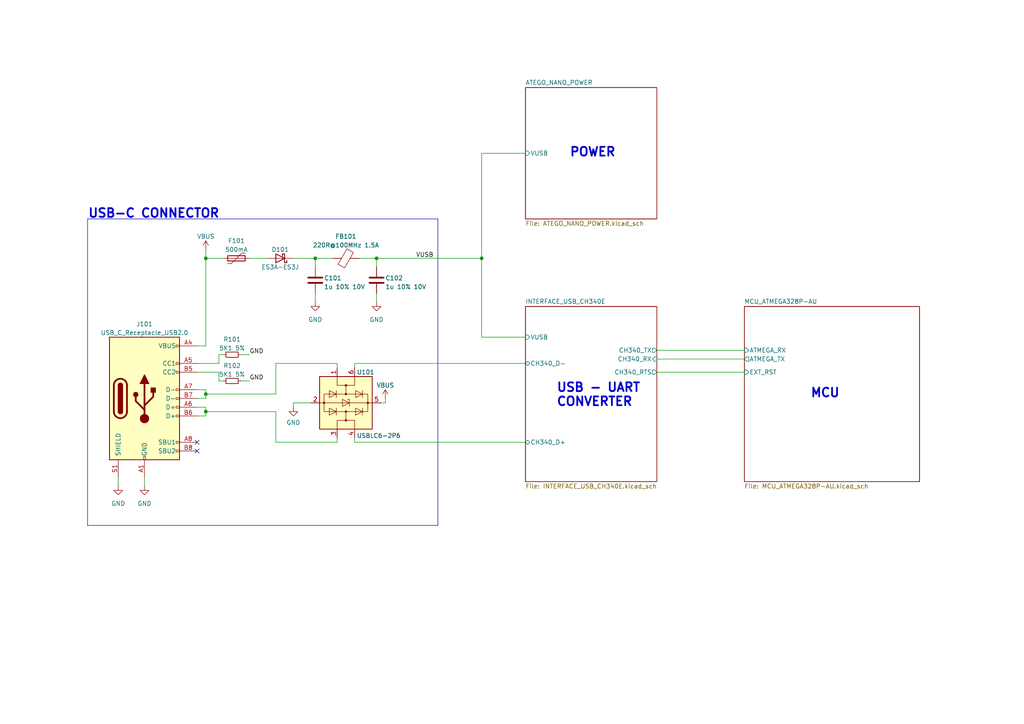
<source format=kicad_sch>
(kicad_sch (version 20230121) (generator eeschema)

  (uuid f0d70477-67e1-4b14-aebd-2138d55a5d0c)

  (paper "A4")

  (title_block
    (title "Atego Nano")
    (date "2023-06-28")
    (rev "1.1")
    (company "sudo-junkie")
  )

  (lib_symbols
    (symbol "Connector:USB_C_Receptacle_USB2.0" (pin_names (offset 1.016)) (in_bom yes) (on_board yes)
      (property "Reference" "J" (at -10.16 19.05 0)
        (effects (font (size 1.27 1.27)) (justify left))
      )
      (property "Value" "USB_C_Receptacle_USB2.0" (at 19.05 19.05 0)
        (effects (font (size 1.27 1.27)) (justify right))
      )
      (property "Footprint" "" (at 3.81 0 0)
        (effects (font (size 1.27 1.27)) hide)
      )
      (property "Datasheet" "https://www.usb.org/sites/default/files/documents/usb_type-c.zip" (at 3.81 0 0)
        (effects (font (size 1.27 1.27)) hide)
      )
      (property "ki_keywords" "usb universal serial bus type-C USB2.0" (at 0 0 0)
        (effects (font (size 1.27 1.27)) hide)
      )
      (property "ki_description" "USB 2.0-only Type-C Receptacle connector" (at 0 0 0)
        (effects (font (size 1.27 1.27)) hide)
      )
      (property "ki_fp_filters" "USB*C*Receptacle*" (at 0 0 0)
        (effects (font (size 1.27 1.27)) hide)
      )
      (symbol "USB_C_Receptacle_USB2.0_0_0"
        (rectangle (start -0.254 -17.78) (end 0.254 -16.764)
          (stroke (width 0) (type default))
          (fill (type none))
        )
        (rectangle (start 10.16 -14.986) (end 9.144 -15.494)
          (stroke (width 0) (type default))
          (fill (type none))
        )
        (rectangle (start 10.16 -12.446) (end 9.144 -12.954)
          (stroke (width 0) (type default))
          (fill (type none))
        )
        (rectangle (start 10.16 -4.826) (end 9.144 -5.334)
          (stroke (width 0) (type default))
          (fill (type none))
        )
        (rectangle (start 10.16 -2.286) (end 9.144 -2.794)
          (stroke (width 0) (type default))
          (fill (type none))
        )
        (rectangle (start 10.16 0.254) (end 9.144 -0.254)
          (stroke (width 0) (type default))
          (fill (type none))
        )
        (rectangle (start 10.16 2.794) (end 9.144 2.286)
          (stroke (width 0) (type default))
          (fill (type none))
        )
        (rectangle (start 10.16 7.874) (end 9.144 7.366)
          (stroke (width 0) (type default))
          (fill (type none))
        )
        (rectangle (start 10.16 10.414) (end 9.144 9.906)
          (stroke (width 0) (type default))
          (fill (type none))
        )
        (rectangle (start 10.16 15.494) (end 9.144 14.986)
          (stroke (width 0) (type default))
          (fill (type none))
        )
      )
      (symbol "USB_C_Receptacle_USB2.0_0_1"
        (rectangle (start -10.16 17.78) (end 10.16 -17.78)
          (stroke (width 0.254) (type default))
          (fill (type background))
        )
        (arc (start -8.89 -3.81) (mid -6.985 -5.7067) (end -5.08 -3.81)
          (stroke (width 0.508) (type default))
          (fill (type none))
        )
        (arc (start -7.62 -3.81) (mid -6.985 -4.4423) (end -6.35 -3.81)
          (stroke (width 0.254) (type default))
          (fill (type none))
        )
        (arc (start -7.62 -3.81) (mid -6.985 -4.4423) (end -6.35 -3.81)
          (stroke (width 0.254) (type default))
          (fill (type outline))
        )
        (rectangle (start -7.62 -3.81) (end -6.35 3.81)
          (stroke (width 0.254) (type default))
          (fill (type outline))
        )
        (arc (start -6.35 3.81) (mid -6.985 4.4423) (end -7.62 3.81)
          (stroke (width 0.254) (type default))
          (fill (type none))
        )
        (arc (start -6.35 3.81) (mid -6.985 4.4423) (end -7.62 3.81)
          (stroke (width 0.254) (type default))
          (fill (type outline))
        )
        (arc (start -5.08 3.81) (mid -6.985 5.7067) (end -8.89 3.81)
          (stroke (width 0.508) (type default))
          (fill (type none))
        )
        (circle (center -2.54 1.143) (radius 0.635)
          (stroke (width 0.254) (type default))
          (fill (type outline))
        )
        (circle (center 0 -5.842) (radius 1.27)
          (stroke (width 0) (type default))
          (fill (type outline))
        )
        (polyline
          (pts
            (xy -8.89 -3.81)
            (xy -8.89 3.81)
          )
          (stroke (width 0.508) (type default))
          (fill (type none))
        )
        (polyline
          (pts
            (xy -5.08 3.81)
            (xy -5.08 -3.81)
          )
          (stroke (width 0.508) (type default))
          (fill (type none))
        )
        (polyline
          (pts
            (xy 0 -5.842)
            (xy 0 4.318)
          )
          (stroke (width 0.508) (type default))
          (fill (type none))
        )
        (polyline
          (pts
            (xy 0 -3.302)
            (xy -2.54 -0.762)
            (xy -2.54 0.508)
          )
          (stroke (width 0.508) (type default))
          (fill (type none))
        )
        (polyline
          (pts
            (xy 0 -2.032)
            (xy 2.54 0.508)
            (xy 2.54 1.778)
          )
          (stroke (width 0.508) (type default))
          (fill (type none))
        )
        (polyline
          (pts
            (xy -1.27 4.318)
            (xy 0 6.858)
            (xy 1.27 4.318)
            (xy -1.27 4.318)
          )
          (stroke (width 0.254) (type default))
          (fill (type outline))
        )
        (rectangle (start 1.905 1.778) (end 3.175 3.048)
          (stroke (width 0.254) (type default))
          (fill (type outline))
        )
      )
      (symbol "USB_C_Receptacle_USB2.0_1_1"
        (pin passive line (at 0 -22.86 90) (length 5.08)
          (name "GND" (effects (font (size 1.27 1.27))))
          (number "A1" (effects (font (size 1.27 1.27))))
        )
        (pin passive line (at 0 -22.86 90) (length 5.08) hide
          (name "GND" (effects (font (size 1.27 1.27))))
          (number "A12" (effects (font (size 1.27 1.27))))
        )
        (pin passive line (at 15.24 15.24 180) (length 5.08)
          (name "VBUS" (effects (font (size 1.27 1.27))))
          (number "A4" (effects (font (size 1.27 1.27))))
        )
        (pin bidirectional line (at 15.24 10.16 180) (length 5.08)
          (name "CC1" (effects (font (size 1.27 1.27))))
          (number "A5" (effects (font (size 1.27 1.27))))
        )
        (pin bidirectional line (at 15.24 -2.54 180) (length 5.08)
          (name "D+" (effects (font (size 1.27 1.27))))
          (number "A6" (effects (font (size 1.27 1.27))))
        )
        (pin bidirectional line (at 15.24 2.54 180) (length 5.08)
          (name "D-" (effects (font (size 1.27 1.27))))
          (number "A7" (effects (font (size 1.27 1.27))))
        )
        (pin bidirectional line (at 15.24 -12.7 180) (length 5.08)
          (name "SBU1" (effects (font (size 1.27 1.27))))
          (number "A8" (effects (font (size 1.27 1.27))))
        )
        (pin passive line (at 15.24 15.24 180) (length 5.08) hide
          (name "VBUS" (effects (font (size 1.27 1.27))))
          (number "A9" (effects (font (size 1.27 1.27))))
        )
        (pin passive line (at 0 -22.86 90) (length 5.08) hide
          (name "GND" (effects (font (size 1.27 1.27))))
          (number "B1" (effects (font (size 1.27 1.27))))
        )
        (pin passive line (at 0 -22.86 90) (length 5.08) hide
          (name "GND" (effects (font (size 1.27 1.27))))
          (number "B12" (effects (font (size 1.27 1.27))))
        )
        (pin passive line (at 15.24 15.24 180) (length 5.08) hide
          (name "VBUS" (effects (font (size 1.27 1.27))))
          (number "B4" (effects (font (size 1.27 1.27))))
        )
        (pin bidirectional line (at 15.24 7.62 180) (length 5.08)
          (name "CC2" (effects (font (size 1.27 1.27))))
          (number "B5" (effects (font (size 1.27 1.27))))
        )
        (pin bidirectional line (at 15.24 -5.08 180) (length 5.08)
          (name "D+" (effects (font (size 1.27 1.27))))
          (number "B6" (effects (font (size 1.27 1.27))))
        )
        (pin bidirectional line (at 15.24 0 180) (length 5.08)
          (name "D-" (effects (font (size 1.27 1.27))))
          (number "B7" (effects (font (size 1.27 1.27))))
        )
        (pin bidirectional line (at 15.24 -15.24 180) (length 5.08)
          (name "SBU2" (effects (font (size 1.27 1.27))))
          (number "B8" (effects (font (size 1.27 1.27))))
        )
        (pin passive line (at 15.24 15.24 180) (length 5.08) hide
          (name "VBUS" (effects (font (size 1.27 1.27))))
          (number "B9" (effects (font (size 1.27 1.27))))
        )
        (pin passive line (at -7.62 -22.86 90) (length 5.08)
          (name "SHIELD" (effects (font (size 1.27 1.27))))
          (number "S1" (effects (font (size 1.27 1.27))))
        )
      )
    )
    (symbol "Device:C" (pin_numbers hide) (pin_names (offset 0.254)) (in_bom yes) (on_board yes)
      (property "Reference" "C" (at 0.635 2.54 0)
        (effects (font (size 1.27 1.27)) (justify left))
      )
      (property "Value" "C" (at 0.635 -2.54 0)
        (effects (font (size 1.27 1.27)) (justify left))
      )
      (property "Footprint" "" (at 0.9652 -3.81 0)
        (effects (font (size 1.27 1.27)) hide)
      )
      (property "Datasheet" "~" (at 0 0 0)
        (effects (font (size 1.27 1.27)) hide)
      )
      (property "ki_keywords" "cap capacitor" (at 0 0 0)
        (effects (font (size 1.27 1.27)) hide)
      )
      (property "ki_description" "Unpolarized capacitor" (at 0 0 0)
        (effects (font (size 1.27 1.27)) hide)
      )
      (property "ki_fp_filters" "C_*" (at 0 0 0)
        (effects (font (size 1.27 1.27)) hide)
      )
      (symbol "C_0_1"
        (polyline
          (pts
            (xy -2.032 -0.762)
            (xy 2.032 -0.762)
          )
          (stroke (width 0.508) (type default))
          (fill (type none))
        )
        (polyline
          (pts
            (xy -2.032 0.762)
            (xy 2.032 0.762)
          )
          (stroke (width 0.508) (type default))
          (fill (type none))
        )
      )
      (symbol "C_1_1"
        (pin passive line (at 0 3.81 270) (length 2.794)
          (name "~" (effects (font (size 1.27 1.27))))
          (number "1" (effects (font (size 1.27 1.27))))
        )
        (pin passive line (at 0 -3.81 90) (length 2.794)
          (name "~" (effects (font (size 1.27 1.27))))
          (number "2" (effects (font (size 1.27 1.27))))
        )
      )
    )
    (symbol "Device:D_Schottky" (pin_numbers hide) (pin_names (offset 1.016) hide) (in_bom yes) (on_board yes)
      (property "Reference" "D" (at 0 2.54 0)
        (effects (font (size 1.27 1.27)))
      )
      (property "Value" "D_Schottky" (at 0 -2.54 0)
        (effects (font (size 1.27 1.27)))
      )
      (property "Footprint" "" (at 0 0 0)
        (effects (font (size 1.27 1.27)) hide)
      )
      (property "Datasheet" "~" (at 0 0 0)
        (effects (font (size 1.27 1.27)) hide)
      )
      (property "ki_keywords" "diode Schottky" (at 0 0 0)
        (effects (font (size 1.27 1.27)) hide)
      )
      (property "ki_description" "Schottky diode" (at 0 0 0)
        (effects (font (size 1.27 1.27)) hide)
      )
      (property "ki_fp_filters" "TO-???* *_Diode_* *SingleDiode* D_*" (at 0 0 0)
        (effects (font (size 1.27 1.27)) hide)
      )
      (symbol "D_Schottky_0_1"
        (polyline
          (pts
            (xy 1.27 0)
            (xy -1.27 0)
          )
          (stroke (width 0) (type default))
          (fill (type none))
        )
        (polyline
          (pts
            (xy 1.27 1.27)
            (xy 1.27 -1.27)
            (xy -1.27 0)
            (xy 1.27 1.27)
          )
          (stroke (width 0.254) (type default))
          (fill (type none))
        )
        (polyline
          (pts
            (xy -1.905 0.635)
            (xy -1.905 1.27)
            (xy -1.27 1.27)
            (xy -1.27 -1.27)
            (xy -0.635 -1.27)
            (xy -0.635 -0.635)
          )
          (stroke (width 0.254) (type default))
          (fill (type none))
        )
      )
      (symbol "D_Schottky_1_1"
        (pin passive line (at -3.81 0 0) (length 2.54)
          (name "K" (effects (font (size 1.27 1.27))))
          (number "1" (effects (font (size 1.27 1.27))))
        )
        (pin passive line (at 3.81 0 180) (length 2.54)
          (name "A" (effects (font (size 1.27 1.27))))
          (number "2" (effects (font (size 1.27 1.27))))
        )
      )
    )
    (symbol "Device:FerriteBead" (pin_numbers hide) (pin_names (offset 0)) (in_bom yes) (on_board yes)
      (property "Reference" "FB" (at -3.81 0.635 90)
        (effects (font (size 1.27 1.27)))
      )
      (property "Value" "FerriteBead" (at 3.81 0 90)
        (effects (font (size 1.27 1.27)))
      )
      (property "Footprint" "" (at -1.778 0 90)
        (effects (font (size 1.27 1.27)) hide)
      )
      (property "Datasheet" "~" (at 0 0 0)
        (effects (font (size 1.27 1.27)) hide)
      )
      (property "ki_keywords" "L ferrite bead inductor filter" (at 0 0 0)
        (effects (font (size 1.27 1.27)) hide)
      )
      (property "ki_description" "Ferrite bead" (at 0 0 0)
        (effects (font (size 1.27 1.27)) hide)
      )
      (property "ki_fp_filters" "Inductor_* L_* *Ferrite*" (at 0 0 0)
        (effects (font (size 1.27 1.27)) hide)
      )
      (symbol "FerriteBead_0_1"
        (polyline
          (pts
            (xy 0 -1.27)
            (xy 0 -1.2192)
          )
          (stroke (width 0) (type default))
          (fill (type none))
        )
        (polyline
          (pts
            (xy 0 1.27)
            (xy 0 1.2954)
          )
          (stroke (width 0) (type default))
          (fill (type none))
        )
        (polyline
          (pts
            (xy -2.7686 0.4064)
            (xy -1.7018 2.2606)
            (xy 2.7686 -0.3048)
            (xy 1.6764 -2.159)
            (xy -2.7686 0.4064)
          )
          (stroke (width 0) (type default))
          (fill (type none))
        )
      )
      (symbol "FerriteBead_1_1"
        (pin passive line (at 0 3.81 270) (length 2.54)
          (name "~" (effects (font (size 1.27 1.27))))
          (number "1" (effects (font (size 1.27 1.27))))
        )
        (pin passive line (at 0 -3.81 90) (length 2.54)
          (name "~" (effects (font (size 1.27 1.27))))
          (number "2" (effects (font (size 1.27 1.27))))
        )
      )
    )
    (symbol "Device:Polyfuse" (pin_numbers hide) (pin_names (offset 0)) (in_bom yes) (on_board yes)
      (property "Reference" "F" (at -2.54 0 90)
        (effects (font (size 1.27 1.27)))
      )
      (property "Value" "Polyfuse" (at 2.54 0 90)
        (effects (font (size 1.27 1.27)))
      )
      (property "Footprint" "" (at 1.27 -5.08 0)
        (effects (font (size 1.27 1.27)) (justify left) hide)
      )
      (property "Datasheet" "~" (at 0 0 0)
        (effects (font (size 1.27 1.27)) hide)
      )
      (property "ki_keywords" "resettable fuse PTC PPTC polyfuse polyswitch" (at 0 0 0)
        (effects (font (size 1.27 1.27)) hide)
      )
      (property "ki_description" "Resettable fuse, polymeric positive temperature coefficient" (at 0 0 0)
        (effects (font (size 1.27 1.27)) hide)
      )
      (property "ki_fp_filters" "*polyfuse* *PTC*" (at 0 0 0)
        (effects (font (size 1.27 1.27)) hide)
      )
      (symbol "Polyfuse_0_1"
        (rectangle (start -0.762 2.54) (end 0.762 -2.54)
          (stroke (width 0.254) (type default))
          (fill (type none))
        )
        (polyline
          (pts
            (xy 0 2.54)
            (xy 0 -2.54)
          )
          (stroke (width 0) (type default))
          (fill (type none))
        )
        (polyline
          (pts
            (xy -1.524 2.54)
            (xy -1.524 1.524)
            (xy 1.524 -1.524)
            (xy 1.524 -2.54)
          )
          (stroke (width 0) (type default))
          (fill (type none))
        )
      )
      (symbol "Polyfuse_1_1"
        (pin passive line (at 0 3.81 270) (length 1.27)
          (name "~" (effects (font (size 1.27 1.27))))
          (number "1" (effects (font (size 1.27 1.27))))
        )
        (pin passive line (at 0 -3.81 90) (length 1.27)
          (name "~" (effects (font (size 1.27 1.27))))
          (number "2" (effects (font (size 1.27 1.27))))
        )
      )
    )
    (symbol "Device:R_Small" (pin_numbers hide) (pin_names (offset 0.254) hide) (in_bom yes) (on_board yes)
      (property "Reference" "R" (at 0.762 0.508 0)
        (effects (font (size 1.27 1.27)) (justify left))
      )
      (property "Value" "R_Small" (at 0.762 -1.016 0)
        (effects (font (size 1.27 1.27)) (justify left))
      )
      (property "Footprint" "" (at 0 0 0)
        (effects (font (size 1.27 1.27)) hide)
      )
      (property "Datasheet" "~" (at 0 0 0)
        (effects (font (size 1.27 1.27)) hide)
      )
      (property "ki_keywords" "R resistor" (at 0 0 0)
        (effects (font (size 1.27 1.27)) hide)
      )
      (property "ki_description" "Resistor, small symbol" (at 0 0 0)
        (effects (font (size 1.27 1.27)) hide)
      )
      (property "ki_fp_filters" "R_*" (at 0 0 0)
        (effects (font (size 1.27 1.27)) hide)
      )
      (symbol "R_Small_0_1"
        (rectangle (start -0.762 1.778) (end 0.762 -1.778)
          (stroke (width 0.2032) (type default))
          (fill (type none))
        )
      )
      (symbol "R_Small_1_1"
        (pin passive line (at 0 2.54 270) (length 0.762)
          (name "~" (effects (font (size 1.27 1.27))))
          (number "1" (effects (font (size 1.27 1.27))))
        )
        (pin passive line (at 0 -2.54 90) (length 0.762)
          (name "~" (effects (font (size 1.27 1.27))))
          (number "2" (effects (font (size 1.27 1.27))))
        )
      )
    )
    (symbol "Power_Protection:USBLC6-2P6" (pin_names hide) (in_bom yes) (on_board yes)
      (property "Reference" "U" (at 2.54 8.89 0)
        (effects (font (size 1.27 1.27)) (justify left))
      )
      (property "Value" "USBLC6-2P6" (at 2.54 -8.89 0)
        (effects (font (size 1.27 1.27)) (justify left))
      )
      (property "Footprint" "Package_TO_SOT_SMD:SOT-666" (at 0 -12.7 0)
        (effects (font (size 1.27 1.27)) hide)
      )
      (property "Datasheet" "https://www.st.com/resource/en/datasheet/usblc6-2.pdf" (at 5.08 8.89 0)
        (effects (font (size 1.27 1.27)) hide)
      )
      (property "ki_keywords" "usb ethernet video" (at 0 0 0)
        (effects (font (size 1.27 1.27)) hide)
      )
      (property "ki_description" "Very low capacitance ESD protection diode, 2 data-line, SOT-666" (at 0 0 0)
        (effects (font (size 1.27 1.27)) hide)
      )
      (property "ki_fp_filters" "SOT?666*" (at 0 0 0)
        (effects (font (size 1.27 1.27)) hide)
      )
      (symbol "USBLC6-2P6_0_1"
        (rectangle (start -7.62 -7.62) (end 7.62 7.62)
          (stroke (width 0.254) (type default))
          (fill (type background))
        )
        (circle (center -5.08 0) (radius 0.254)
          (stroke (width 0) (type default))
          (fill (type outline))
        )
        (circle (center -2.54 0) (radius 0.254)
          (stroke (width 0) (type default))
          (fill (type outline))
        )
        (rectangle (start -2.54 6.35) (end 2.54 -6.35)
          (stroke (width 0) (type default))
          (fill (type none))
        )
        (circle (center 0 -6.35) (radius 0.254)
          (stroke (width 0) (type default))
          (fill (type outline))
        )
        (polyline
          (pts
            (xy -5.08 -2.54)
            (xy -7.62 -2.54)
          )
          (stroke (width 0) (type default))
          (fill (type none))
        )
        (polyline
          (pts
            (xy -5.08 0)
            (xy -5.08 -2.54)
          )
          (stroke (width 0) (type default))
          (fill (type none))
        )
        (polyline
          (pts
            (xy -5.08 2.54)
            (xy -7.62 2.54)
          )
          (stroke (width 0) (type default))
          (fill (type none))
        )
        (polyline
          (pts
            (xy -1.524 -2.794)
            (xy -3.556 -2.794)
          )
          (stroke (width 0) (type default))
          (fill (type none))
        )
        (polyline
          (pts
            (xy -1.524 4.826)
            (xy -3.556 4.826)
          )
          (stroke (width 0) (type default))
          (fill (type none))
        )
        (polyline
          (pts
            (xy 0 -7.62)
            (xy 0 -6.35)
          )
          (stroke (width 0) (type default))
          (fill (type none))
        )
        (polyline
          (pts
            (xy 0 -6.35)
            (xy 0 1.27)
          )
          (stroke (width 0) (type default))
          (fill (type none))
        )
        (polyline
          (pts
            (xy 0 1.27)
            (xy 0 6.35)
          )
          (stroke (width 0) (type default))
          (fill (type none))
        )
        (polyline
          (pts
            (xy 0 6.35)
            (xy 0 7.62)
          )
          (stroke (width 0) (type default))
          (fill (type none))
        )
        (polyline
          (pts
            (xy 1.524 -2.794)
            (xy 3.556 -2.794)
          )
          (stroke (width 0) (type default))
          (fill (type none))
        )
        (polyline
          (pts
            (xy 1.524 4.826)
            (xy 3.556 4.826)
          )
          (stroke (width 0) (type default))
          (fill (type none))
        )
        (polyline
          (pts
            (xy 5.08 -2.54)
            (xy 7.62 -2.54)
          )
          (stroke (width 0) (type default))
          (fill (type none))
        )
        (polyline
          (pts
            (xy 5.08 0)
            (xy 5.08 -2.54)
          )
          (stroke (width 0) (type default))
          (fill (type none))
        )
        (polyline
          (pts
            (xy 5.08 2.54)
            (xy 7.62 2.54)
          )
          (stroke (width 0) (type default))
          (fill (type none))
        )
        (polyline
          (pts
            (xy -2.54 0)
            (xy -5.08 0)
            (xy -5.08 2.54)
          )
          (stroke (width 0) (type default))
          (fill (type none))
        )
        (polyline
          (pts
            (xy 2.54 0)
            (xy 5.08 0)
            (xy 5.08 2.54)
          )
          (stroke (width 0) (type default))
          (fill (type none))
        )
        (polyline
          (pts
            (xy -3.556 -4.826)
            (xy -1.524 -4.826)
            (xy -2.54 -2.794)
            (xy -3.556 -4.826)
          )
          (stroke (width 0) (type default))
          (fill (type none))
        )
        (polyline
          (pts
            (xy -3.556 2.794)
            (xy -1.524 2.794)
            (xy -2.54 4.826)
            (xy -3.556 2.794)
          )
          (stroke (width 0) (type default))
          (fill (type none))
        )
        (polyline
          (pts
            (xy -1.016 -1.016)
            (xy 1.016 -1.016)
            (xy 0 1.016)
            (xy -1.016 -1.016)
          )
          (stroke (width 0) (type default))
          (fill (type none))
        )
        (polyline
          (pts
            (xy 1.016 1.016)
            (xy 0.762 1.016)
            (xy -1.016 1.016)
            (xy -1.016 0.508)
          )
          (stroke (width 0) (type default))
          (fill (type none))
        )
        (polyline
          (pts
            (xy 3.556 -4.826)
            (xy 1.524 -4.826)
            (xy 2.54 -2.794)
            (xy 3.556 -4.826)
          )
          (stroke (width 0) (type default))
          (fill (type none))
        )
        (polyline
          (pts
            (xy 3.556 2.794)
            (xy 1.524 2.794)
            (xy 2.54 4.826)
            (xy 3.556 2.794)
          )
          (stroke (width 0) (type default))
          (fill (type none))
        )
        (circle (center 0 6.35) (radius 0.254)
          (stroke (width 0) (type default))
          (fill (type outline))
        )
        (circle (center 2.54 0) (radius 0.254)
          (stroke (width 0) (type default))
          (fill (type outline))
        )
        (circle (center 5.08 0) (radius 0.254)
          (stroke (width 0) (type default))
          (fill (type outline))
        )
      )
      (symbol "USBLC6-2P6_1_1"
        (pin passive line (at -10.16 -2.54 0) (length 2.54)
          (name "I/O1" (effects (font (size 1.27 1.27))))
          (number "1" (effects (font (size 1.27 1.27))))
        )
        (pin passive line (at 0 -10.16 90) (length 2.54)
          (name "GND" (effects (font (size 1.27 1.27))))
          (number "2" (effects (font (size 1.27 1.27))))
        )
        (pin passive line (at 10.16 -2.54 180) (length 2.54)
          (name "I/O2" (effects (font (size 1.27 1.27))))
          (number "3" (effects (font (size 1.27 1.27))))
        )
        (pin passive line (at 10.16 2.54 180) (length 2.54)
          (name "I/O2" (effects (font (size 1.27 1.27))))
          (number "4" (effects (font (size 1.27 1.27))))
        )
        (pin passive line (at 0 10.16 270) (length 2.54)
          (name "VBUS" (effects (font (size 1.27 1.27))))
          (number "5" (effects (font (size 1.27 1.27))))
        )
        (pin passive line (at -10.16 2.54 0) (length 2.54)
          (name "I/O1" (effects (font (size 1.27 1.27))))
          (number "6" (effects (font (size 1.27 1.27))))
        )
      )
    )
    (symbol "power:GND" (power) (pin_names (offset 0)) (in_bom yes) (on_board yes)
      (property "Reference" "#PWR" (at 0 -6.35 0)
        (effects (font (size 1.27 1.27)) hide)
      )
      (property "Value" "GND" (at 0 -3.81 0)
        (effects (font (size 1.27 1.27)))
      )
      (property "Footprint" "" (at 0 0 0)
        (effects (font (size 1.27 1.27)) hide)
      )
      (property "Datasheet" "" (at 0 0 0)
        (effects (font (size 1.27 1.27)) hide)
      )
      (property "ki_keywords" "global power" (at 0 0 0)
        (effects (font (size 1.27 1.27)) hide)
      )
      (property "ki_description" "Power symbol creates a global label with name \"GND\" , ground" (at 0 0 0)
        (effects (font (size 1.27 1.27)) hide)
      )
      (symbol "GND_0_1"
        (polyline
          (pts
            (xy 0 0)
            (xy 0 -1.27)
            (xy 1.27 -1.27)
            (xy 0 -2.54)
            (xy -1.27 -1.27)
            (xy 0 -1.27)
          )
          (stroke (width 0) (type default))
          (fill (type none))
        )
      )
      (symbol "GND_1_1"
        (pin power_in line (at 0 0 270) (length 0) hide
          (name "GND" (effects (font (size 1.27 1.27))))
          (number "1" (effects (font (size 1.27 1.27))))
        )
      )
    )
    (symbol "power:VBUS" (power) (pin_names (offset 0)) (in_bom yes) (on_board yes)
      (property "Reference" "#PWR" (at 0 -3.81 0)
        (effects (font (size 1.27 1.27)) hide)
      )
      (property "Value" "VBUS" (at 0 3.81 0)
        (effects (font (size 1.27 1.27)))
      )
      (property "Footprint" "" (at 0 0 0)
        (effects (font (size 1.27 1.27)) hide)
      )
      (property "Datasheet" "" (at 0 0 0)
        (effects (font (size 1.27 1.27)) hide)
      )
      (property "ki_keywords" "global power" (at 0 0 0)
        (effects (font (size 1.27 1.27)) hide)
      )
      (property "ki_description" "Power symbol creates a global label with name \"VBUS\"" (at 0 0 0)
        (effects (font (size 1.27 1.27)) hide)
      )
      (symbol "VBUS_0_1"
        (polyline
          (pts
            (xy -0.762 1.27)
            (xy 0 2.54)
          )
          (stroke (width 0) (type default))
          (fill (type none))
        )
        (polyline
          (pts
            (xy 0 0)
            (xy 0 2.54)
          )
          (stroke (width 0) (type default))
          (fill (type none))
        )
        (polyline
          (pts
            (xy 0 2.54)
            (xy 0.762 1.27)
          )
          (stroke (width 0) (type default))
          (fill (type none))
        )
      )
      (symbol "VBUS_1_1"
        (pin power_in line (at 0 0 90) (length 0) hide
          (name "VBUS" (effects (font (size 1.27 1.27))))
          (number "1" (effects (font (size 1.27 1.27))))
        )
      )
    )
  )

  (junction (at 109.22 74.93) (diameter 0) (color 0 0 0 0)
    (uuid 4c4f9184-0339-4857-b8fe-4035dcc8d802)
  )
  (junction (at 59.69 74.93) (diameter 0) (color 0 0 0 0)
    (uuid 79c11936-e7a0-49b7-b513-a073119fffe7)
  )
  (junction (at 59.69 114.3) (diameter 0) (color 0 0 0 0)
    (uuid 8fd5326f-65a3-44b6-8eea-d9b43d8354be)
  )
  (junction (at 139.7 74.93) (diameter 0) (color 0 0 0 0)
    (uuid 95713199-b4b1-4ce5-b49d-c004136b745c)
  )
  (junction (at 91.44 74.93) (diameter 0) (color 0 0 0 0)
    (uuid b120d5fb-bf9b-4884-9158-c76e7536a2d0)
  )
  (junction (at 59.69 119.38) (diameter 0) (color 0 0 0 0)
    (uuid bef26e6f-fd22-4d74-9289-9b93747dbf44)
  )

  (no_connect (at 57.15 130.81) (uuid 27aaa1ee-96a0-4d2f-a8ce-1af3458f7bbe))
  (no_connect (at 57.15 128.27) (uuid 5e75890b-db2c-441f-bc41-e1579107a7be))

  (wire (pts (xy 59.69 113.03) (xy 59.69 114.3))
    (stroke (width 0) (type default))
    (uuid 06a43152-2cc4-414f-9847-bd2921aa34d5)
  )
  (wire (pts (xy 59.69 114.3) (xy 59.69 115.57))
    (stroke (width 0) (type default))
    (uuid 0cb8eba2-aa0e-4721-8ed5-3733248fb9cf)
  )
  (wire (pts (xy 69.85 102.87) (xy 72.39 102.87))
    (stroke (width 0) (type default))
    (uuid 0e80ae8d-7cfd-4f64-bfc0-4c4e6859436f)
  )
  (wire (pts (xy 139.7 74.93) (xy 139.7 44.45))
    (stroke (width 0) (type default))
    (uuid 1112ad94-3954-4cf2-81ed-f60bd4617b3e)
  )
  (wire (pts (xy 41.91 138.43) (xy 41.91 140.97))
    (stroke (width 0) (type default))
    (uuid 17722dbf-da93-4e5a-bdac-331a16904a6a)
  )
  (wire (pts (xy 109.22 85.09) (xy 109.22 87.63))
    (stroke (width 0) (type default))
    (uuid 1848d207-89ea-4b3a-b773-79ca0e42d008)
  )
  (wire (pts (xy 102.87 127) (xy 102.87 128.27))
    (stroke (width 0) (type default))
    (uuid 1cc8a555-772a-4c46-9778-7ec4bc08709f)
  )
  (wire (pts (xy 57.15 107.95) (xy 63.5 107.95))
    (stroke (width 0) (type default))
    (uuid 1e576222-8d68-4ad7-ad89-abc9e4dd82ab)
  )
  (wire (pts (xy 72.39 74.93) (xy 77.47 74.93))
    (stroke (width 0) (type default))
    (uuid 24f7e98c-fc10-4f6f-be07-59a174078f15)
  )
  (wire (pts (xy 63.5 110.49) (xy 64.77 110.49))
    (stroke (width 0) (type default))
    (uuid 252a4ca8-2a51-4626-bf69-cd0abdbc7247)
  )
  (wire (pts (xy 59.69 118.11) (xy 59.69 119.38))
    (stroke (width 0) (type default))
    (uuid 2da4f27d-1974-450d-a179-0b4cf3e8037f)
  )
  (wire (pts (xy 85.09 74.93) (xy 91.44 74.93))
    (stroke (width 0) (type default))
    (uuid 302aa01c-ba59-43c7-a404-fc48272ef967)
  )
  (wire (pts (xy 59.69 100.33) (xy 57.15 100.33))
    (stroke (width 0) (type default))
    (uuid 320143df-c734-43ed-86af-3b04cd63337b)
  )
  (wire (pts (xy 59.69 119.38) (xy 80.01 119.38))
    (stroke (width 0) (type default))
    (uuid 33140a28-bb14-48d1-9cda-b240e7fbb4e9)
  )
  (wire (pts (xy 139.7 97.79) (xy 152.4 97.79))
    (stroke (width 0) (type default))
    (uuid 360022e3-6f00-41a2-92e8-12a90d5bd5f5)
  )
  (wire (pts (xy 109.22 74.93) (xy 139.7 74.93))
    (stroke (width 0) (type default))
    (uuid 39be2e3c-1999-4f3b-9eab-5ba2cbbc9306)
  )
  (wire (pts (xy 59.69 120.65) (xy 57.15 120.65))
    (stroke (width 0) (type default))
    (uuid 3b8f77ef-bcff-4904-bf93-c69fb5c336d3)
  )
  (wire (pts (xy 91.44 85.09) (xy 91.44 87.63))
    (stroke (width 0) (type default))
    (uuid 3fc68c6d-c5d0-4feb-a879-408413970d51)
  )
  (wire (pts (xy 102.87 105.41) (xy 152.4 105.41))
    (stroke (width 0) (type default))
    (uuid 410fe578-9d2b-48c6-9354-58b331145fcd)
  )
  (wire (pts (xy 111.76 115.57) (xy 111.76 116.84))
    (stroke (width 0) (type default))
    (uuid 447a2e47-1048-4a05-9c6e-f25a36e068cf)
  )
  (wire (pts (xy 57.15 113.03) (xy 59.69 113.03))
    (stroke (width 0) (type default))
    (uuid 46237bcc-da83-45bd-b35e-d7afcbc6ae9e)
  )
  (wire (pts (xy 97.79 105.41) (xy 97.79 106.68))
    (stroke (width 0) (type default))
    (uuid 5ba2d190-a8c1-4c8a-8a94-f81a8cbf5009)
  )
  (wire (pts (xy 102.87 105.41) (xy 102.87 106.68))
    (stroke (width 0) (type default))
    (uuid 5f218b46-b266-405a-96dd-e38eb5f48871)
  )
  (polyline (pts (xy 25.4 63.5) (xy 127 63.5))
    (stroke (width 0) (type default))
    (uuid 6ebeb65f-65e2-4be7-aa0d-aba013df574b)
  )

  (wire (pts (xy 59.69 114.3) (xy 80.01 114.3))
    (stroke (width 0) (type default))
    (uuid 71b0fe26-ac86-4d39-acfb-9cbd30da996f)
  )
  (wire (pts (xy 59.69 74.93) (xy 64.77 74.93))
    (stroke (width 0) (type default))
    (uuid 74e6d2e6-ceaf-414f-b363-fb2277009b0b)
  )
  (wire (pts (xy 80.01 114.3) (xy 80.01 105.41))
    (stroke (width 0) (type default))
    (uuid 76c15b26-6972-4f7c-a8bd-174e8289bf3b)
  )
  (wire (pts (xy 63.5 102.87) (xy 64.77 102.87))
    (stroke (width 0) (type default))
    (uuid 7b9880fe-6a31-4d19-9867-71c3dd5660a9)
  )
  (wire (pts (xy 69.85 110.49) (xy 72.39 110.49))
    (stroke (width 0) (type default))
    (uuid 872fd479-6d82-4991-844e-d4d617b6f5e2)
  )
  (wire (pts (xy 139.7 44.45) (xy 152.4 44.45))
    (stroke (width 0) (type default))
    (uuid 87610fa5-e4d8-4697-909c-1f253b159c4c)
  )
  (wire (pts (xy 80.01 105.41) (xy 97.79 105.41))
    (stroke (width 0) (type default))
    (uuid 912961a2-497b-49c6-832e-8e2c327580b1)
  )
  (polyline (pts (xy 25.4 152.4) (xy 25.4 63.5))
    (stroke (width 0) (type default))
    (uuid 92dbf9f7-03af-4152-a6f4-97189ae7d5a5)
  )

  (wire (pts (xy 85.09 116.84) (xy 85.09 118.11))
    (stroke (width 0) (type default))
    (uuid 944c7a56-b134-4506-982f-b4a7cb21dafd)
  )
  (wire (pts (xy 104.14 74.93) (xy 109.22 74.93))
    (stroke (width 0) (type default))
    (uuid 94541aa7-cc1c-49a4-a50b-c63c3c606b56)
  )
  (wire (pts (xy 59.69 72.39) (xy 59.69 74.93))
    (stroke (width 0) (type default))
    (uuid 969ba55c-ac8b-4642-b1bd-745346b71d25)
  )
  (wire (pts (xy 57.15 105.41) (xy 63.5 105.41))
    (stroke (width 0) (type default))
    (uuid 9f12a61c-a04d-46b0-872b-582fd5d7778f)
  )
  (wire (pts (xy 190.5 101.6) (xy 215.9 101.6))
    (stroke (width 0) (type default))
    (uuid 9f4e002c-120d-4534-8f83-3452a63295f9)
  )
  (wire (pts (xy 80.01 119.38) (xy 80.01 128.27))
    (stroke (width 0) (type default))
    (uuid a009ef63-13e1-4c66-9646-cbd8cbe31fe4)
  )
  (wire (pts (xy 63.5 105.41) (xy 63.5 102.87))
    (stroke (width 0) (type default))
    (uuid a1a53532-e6eb-4802-b979-346806b1e8b1)
  )
  (polyline (pts (xy 127 152.4) (xy 25.4 152.4))
    (stroke (width 0) (type default))
    (uuid a1ccf52c-3e45-4d12-9413-5ec03a300ca3)
  )

  (wire (pts (xy 190.5 107.95) (xy 215.9 107.95))
    (stroke (width 0) (type default))
    (uuid ab727f41-b0cf-4de0-8f45-42842e8dcf06)
  )
  (wire (pts (xy 57.15 118.11) (xy 59.69 118.11))
    (stroke (width 0) (type default))
    (uuid b0bb702d-2913-4614-a519-0dc6bbdd1940)
  )
  (wire (pts (xy 59.69 115.57) (xy 57.15 115.57))
    (stroke (width 0) (type default))
    (uuid b5129ab0-3455-4777-a530-f5288c18655b)
  )
  (wire (pts (xy 97.79 128.27) (xy 97.79 127))
    (stroke (width 0) (type default))
    (uuid b61cab28-4cfa-4c44-9c88-9a8a90bd5dc9)
  )
  (polyline (pts (xy 127 63.5) (xy 127 152.4))
    (stroke (width 0) (type default))
    (uuid b9428a5b-56a2-4967-b29d-0f40f7cd5cc7)
  )

  (wire (pts (xy 111.76 116.84) (xy 110.49 116.84))
    (stroke (width 0) (type default))
    (uuid bc21ebde-9a09-4450-89c7-3801e85acd14)
  )
  (wire (pts (xy 139.7 74.93) (xy 139.7 97.79))
    (stroke (width 0) (type default))
    (uuid c7756c48-3b8b-4621-9fff-5b196033a3b7)
  )
  (wire (pts (xy 59.69 119.38) (xy 59.69 120.65))
    (stroke (width 0) (type default))
    (uuid d0ea7f98-aa04-48b5-a505-4a689252184c)
  )
  (wire (pts (xy 63.5 107.95) (xy 63.5 110.49))
    (stroke (width 0) (type default))
    (uuid d2aae746-9d19-4c93-bdbf-3e9e41954ffc)
  )
  (wire (pts (xy 190.5 104.14) (xy 215.9 104.14))
    (stroke (width 0) (type default))
    (uuid d7bddade-c201-4a03-a813-5a33e234c7ca)
  )
  (wire (pts (xy 91.44 74.93) (xy 91.44 77.47))
    (stroke (width 0) (type default))
    (uuid dcb74fc7-838c-4c58-a65e-c1453625d6fa)
  )
  (wire (pts (xy 59.69 74.93) (xy 59.69 100.33))
    (stroke (width 0) (type default))
    (uuid e4230ac5-3df9-4792-affe-cebf7267ea1d)
  )
  (wire (pts (xy 102.87 128.27) (xy 152.4 128.27))
    (stroke (width 0) (type default))
    (uuid e610d612-3567-4fc3-a0e7-88b244a3d252)
  )
  (wire (pts (xy 85.09 116.84) (xy 90.17 116.84))
    (stroke (width 0) (type default))
    (uuid e82020df-7df6-42b4-abd9-a23858c40965)
  )
  (wire (pts (xy 80.01 128.27) (xy 97.79 128.27))
    (stroke (width 0) (type default))
    (uuid efcdd406-27eb-43c8-b4ab-fa7819016fdf)
  )
  (wire (pts (xy 34.29 138.43) (xy 34.29 140.97))
    (stroke (width 0) (type default))
    (uuid f6cd176e-4f3a-4902-9ac8-bafb226cfc74)
  )
  (wire (pts (xy 109.22 74.93) (xy 109.22 77.47))
    (stroke (width 0) (type default))
    (uuid fb06671a-68e2-4a08-a5a4-74555e41a0e1)
  )
  (wire (pts (xy 91.44 74.93) (xy 96.52 74.93))
    (stroke (width 0) (type default))
    (uuid fcbb6efa-9ca5-4e52-8aad-3f0281826194)
  )

  (text "POWER" (at 165.1 45.72 0)
    (effects (font (size 2.54 2.54) (thickness 0.508) bold) (justify left bottom))
    (uuid 73fa67ac-d62e-477c-a9d7-d22b14780a17)
  )
  (text "MCU" (at 234.95 115.57 0)
    (effects (font (size 2.54 2.54) (thickness 0.508) bold) (justify left bottom))
    (uuid a87dec97-addf-40b0-93fb-4cdfb24c7173)
  )
  (text "USB-C CONNECTOR " (at 25.4 63.5 0)
    (effects (font (size 2.54 2.54) bold) (justify left bottom))
    (uuid c4011fad-c186-4934-ad4b-cc1cf4256652)
  )
  (text "USB - UART\nCONVERTER" (at 161.29 118.11 0)
    (effects (font (size 2.54 2.54) (thickness 0.508) bold) (justify left bottom))
    (uuid f6e2ec1a-9549-4c03-ad1c-6017f08d9b8c)
  )

  (label "GND" (at 72.39 102.87 0) (fields_autoplaced)
    (effects (font (size 1.27 1.27)) (justify left bottom))
    (uuid 56c0b888-e718-403b-babf-385e35a51fd6)
  )
  (label "GND" (at 72.39 110.49 0) (fields_autoplaced)
    (effects (font (size 1.27 1.27)) (justify left bottom))
    (uuid a60be758-dd36-4108-8a39-0d971a2832c3)
  )
  (label "VUSB" (at 120.65 74.93 0) (fields_autoplaced)
    (effects (font (size 1.27 1.27)) (justify left bottom))
    (uuid a922b123-c630-4f91-8f0a-85e66775a8d8)
  )

  (symbol (lib_id "power:VBUS") (at 59.69 72.39 0) (unit 1)
    (in_bom yes) (on_board yes) (dnp no) (fields_autoplaced)
    (uuid 05ba5dec-5f70-49c8-875a-f8eec6591d5a)
    (property "Reference" "#PWR0101" (at 59.69 76.2 0)
      (effects (font (size 1.27 1.27)) hide)
    )
    (property "Value" "VBUS" (at 59.69 68.58 0)
      (effects (font (size 1.27 1.27)))
    )
    (property "Footprint" "" (at 59.69 72.39 0)
      (effects (font (size 1.27 1.27)) hide)
    )
    (property "Datasheet" "" (at 59.69 72.39 0)
      (effects (font (size 1.27 1.27)) hide)
    )
    (pin "1" (uuid 6352b2cb-5645-4583-a5a1-7addc5436e48))
    (instances
      (project "Atego_Nano"
        (path "/f0d70477-67e1-4b14-aebd-2138d55a5d0c"
          (reference "#PWR0101") (unit 1)
        )
      )
    )
  )

  (symbol (lib_id "power:VBUS") (at 111.76 115.57 0) (unit 1)
    (in_bom yes) (on_board yes) (dnp no) (fields_autoplaced)
    (uuid 07870d8b-ab11-4595-8196-144b9855a00b)
    (property "Reference" "#PWR0104" (at 111.76 119.38 0)
      (effects (font (size 1.27 1.27)) hide)
    )
    (property "Value" "VBUS" (at 111.76 111.76 0)
      (effects (font (size 1.27 1.27)))
    )
    (property "Footprint" "" (at 111.76 115.57 0)
      (effects (font (size 1.27 1.27)) hide)
    )
    (property "Datasheet" "" (at 111.76 115.57 0)
      (effects (font (size 1.27 1.27)) hide)
    )
    (pin "1" (uuid d67f5208-b13f-4082-8028-8036be7a8266))
    (instances
      (project "Atego_Nano"
        (path "/f0d70477-67e1-4b14-aebd-2138d55a5d0c"
          (reference "#PWR0104") (unit 1)
        )
      )
    )
  )

  (symbol (lib_id "power:GND") (at 85.09 118.11 0) (unit 1)
    (in_bom yes) (on_board yes) (dnp no) (fields_autoplaced)
    (uuid 1911d947-7914-4e91-a8f6-9cc32041e721)
    (property "Reference" "#PWR0105" (at 85.09 124.46 0)
      (effects (font (size 1.27 1.27)) hide)
    )
    (property "Value" "GND" (at 85.09 122.555 0)
      (effects (font (size 1.27 1.27)))
    )
    (property "Footprint" "" (at 85.09 118.11 0)
      (effects (font (size 1.27 1.27)) hide)
    )
    (property "Datasheet" "" (at 85.09 118.11 0)
      (effects (font (size 1.27 1.27)) hide)
    )
    (pin "1" (uuid 6d4bb045-14a3-4202-bf7e-0bc5c84e77d3))
    (instances
      (project "Atego_Nano"
        (path "/f0d70477-67e1-4b14-aebd-2138d55a5d0c"
          (reference "#PWR0105") (unit 1)
        )
      )
    )
  )

  (symbol (lib_id "Device:D_Schottky") (at 81.28 74.93 180) (unit 1)
    (in_bom yes) (on_board yes) (dnp no)
    (uuid 3877862a-7c7e-4c60-97d0-0467bcd01455)
    (property "Reference" "D101" (at 81.28 72.39 0)
      (effects (font (size 1.27 1.27)))
    )
    (property "Value" "ES3A-ES3J" (at 81.28 77.47 0)
      (effects (font (size 1.27 1.27)))
    )
    (property "Footprint" "Diode_SMD:D_SOD-323" (at 81.28 74.93 0)
      (effects (font (size 1.27 1.27)) hide)
    )
    (property "Datasheet" "~" (at 81.28 74.93 0)
      (effects (font (size 1.27 1.27)) hide)
    )
    (property "MPN" "ES3AF" (at 81.28 74.93 0)
      (effects (font (size 1.27 1.27)) hide)
    )
    (property "Manufacturer" "Shandong Jingdao Microelectronics" (at 81.28 74.93 0)
      (effects (font (size 1.27 1.27)) hide)
    )
    (property "Vendor" "LCSC" (at 81.28 74.93 0)
      (effects (font (size 1.27 1.27)) hide)
    )
    (property "Price" "0.0374" (at 81.28 74.93 0)
      (effects (font (size 1.27 1.27)) hide)
    )
    (pin "1" (uuid 88b5d47a-7246-436f-b7cf-2c3bf2ab2316))
    (pin "2" (uuid 060d7c4f-79a2-4e52-89a0-25c419d0d582))
    (instances
      (project "Atego_Nano"
        (path "/f0d70477-67e1-4b14-aebd-2138d55a5d0c"
          (reference "D101") (unit 1)
        )
      )
    )
  )

  (symbol (lib_id "Connector:USB_C_Receptacle_USB2.0") (at 41.91 115.57 0) (unit 1)
    (in_bom yes) (on_board yes) (dnp no) (fields_autoplaced)
    (uuid 3a0e66ef-e16b-423a-8ce8-6774553b0e14)
    (property "Reference" "J101" (at 41.91 93.98 0)
      (effects (font (size 1.27 1.27)))
    )
    (property "Value" "USB_C_Receptacle_USB2.0" (at 41.91 96.52 0)
      (effects (font (size 1.27 1.27)))
    )
    (property "Footprint" "Connector_USB:USB_C_Receptacle_JAE_DX07S016JA1R1500" (at 45.72 115.57 0)
      (effects (font (size 1.27 1.27)) hide)
    )
    (property "Datasheet" "https://www.usb.org/sites/default/files/documents/usb_type-c.zip" (at 45.72 115.57 0)
      (effects (font (size 1.27 1.27)) hide)
    )
    (property "MPN" "TYPE-C 24P QT 143" (at 41.91 115.57 0)
      (effects (font (size 1.27 1.27)) hide)
    )
    (property "Manufacturer" "SHOU HAN" (at 41.91 115.57 0)
      (effects (font (size 1.27 1.27)) hide)
    )
    (property "Vendor" "LCSC" (at 41.91 115.57 0)
      (effects (font (size 1.27 1.27)) hide)
    )
    (property "Price" "0.3264" (at 41.91 115.57 0)
      (effects (font (size 1.27 1.27)) hide)
    )
    (pin "A1" (uuid 1c1b0c8b-6c25-4ccd-95c8-a9438219b7b5))
    (pin "A12" (uuid 805b9549-44a2-4451-84d6-239a7bb28bc2))
    (pin "A4" (uuid dc5c345a-79ed-440c-bdd6-5b93110f19b1))
    (pin "A5" (uuid 91710e08-a2e3-40fb-b0ac-590c6effea71))
    (pin "A6" (uuid 7801fc93-8d8e-418a-b5f1-893c0e40befc))
    (pin "A7" (uuid ff325c60-8c31-44c7-ae2f-8de3e553c340))
    (pin "A8" (uuid cd04e238-0b2e-4805-aa42-74313bd2a9b4))
    (pin "A9" (uuid ac951aea-4057-461e-bea0-c6e276b86d4c))
    (pin "B1" (uuid 8d5b46de-186c-4808-8ab2-266bfa166867))
    (pin "B12" (uuid e2329332-22ee-4b72-9fd8-3410fac8a38e))
    (pin "B4" (uuid 5b334a5f-a01e-4e69-bb32-f940be90c2e5))
    (pin "B5" (uuid 6146f32c-bb64-44b6-8490-f9f57d0ed601))
    (pin "B6" (uuid a85b4be5-020e-40e5-83e7-056aeed87e3f))
    (pin "B7" (uuid 6aaf6b4e-10fe-4b96-9701-ef4ace3932e8))
    (pin "B8" (uuid c872307d-fb3e-4785-a5a3-906eac9fa5fa))
    (pin "B9" (uuid c4794511-852d-4c31-bdac-6b0fc16bf396))
    (pin "S1" (uuid ec219cbb-256c-454b-9679-8d745dab6e2b))
    (instances
      (project "Atego_Nano"
        (path "/f0d70477-67e1-4b14-aebd-2138d55a5d0c"
          (reference "J101") (unit 1)
        )
      )
    )
  )

  (symbol (lib_id "Device:FerriteBead") (at 100.33 74.93 90) (unit 1)
    (in_bom yes) (on_board yes) (dnp no)
    (uuid 45e105ca-b28e-4d6a-88a3-e49829226585)
    (property "Reference" "FB101" (at 100.33 68.58 90)
      (effects (font (size 1.27 1.27)))
    )
    (property "Value" "220R@100MHz 1.5A" (at 100.33 71.12 90)
      (effects (font (size 1.27 1.27)))
    )
    (property "Footprint" "Inductor_SMD:L_0603_1608Metric" (at 100.33 76.708 90)
      (effects (font (size 1.27 1.27)) hide)
    )
    (property "Datasheet" "~" (at 100.33 74.93 0)
      (effects (font (size 1.27 1.27)) hide)
    )
    (property "MPN" "HPZ1608D221-1R5TF" (at 100.33 74.93 0)
      (effects (font (size 1.27 1.27)) hide)
    )
    (property "Manufacturer" "Sunlord " (at 100.33 74.93 0)
      (effects (font (size 1.27 1.27)) hide)
    )
    (property "Vendor" "LCSC" (at 100.33 74.93 0)
      (effects (font (size 1.27 1.27)) hide)
    )
    (property "Price" "0.0146" (at 100.33 74.93 0)
      (effects (font (size 1.27 1.27)) hide)
    )
    (pin "1" (uuid 9530ddb6-23c5-429b-955c-a83b2b339e3d))
    (pin "2" (uuid 6ff61dd6-4c64-4c82-8cb4-aa71649b7170))
    (instances
      (project "Atego_Nano"
        (path "/f0d70477-67e1-4b14-aebd-2138d55a5d0c"
          (reference "FB101") (unit 1)
        )
      )
    )
  )

  (symbol (lib_id "Device:Polyfuse") (at 68.58 74.93 90) (unit 1)
    (in_bom yes) (on_board yes) (dnp no) (fields_autoplaced)
    (uuid 46ae2b3e-433d-4901-af78-5e45380649e6)
    (property "Reference" "F101" (at 68.58 69.85 90)
      (effects (font (size 1.27 1.27)))
    )
    (property "Value" "500mA" (at 68.58 72.39 90)
      (effects (font (size 1.27 1.27)))
    )
    (property "Footprint" "Resistor_SMD:R_1812_4532Metric" (at 73.66 73.66 0)
      (effects (font (size 1.27 1.27)) (justify left) hide)
    )
    (property "Datasheet" "~" (at 68.58 74.93 0)
      (effects (font (size 1.27 1.27)) hide)
    )
    (property "MPN" "MF-MSMF050-2" (at 68.58 74.93 0)
      (effects (font (size 1.27 1.27)) hide)
    )
    (property "Manufacturer" "BOURNS" (at 68.58 74.93 0)
      (effects (font (size 1.27 1.27)) hide)
    )
    (property "Vendor" "LCSC" (at 68.58 74.93 0)
      (effects (font (size 1.27 1.27)) hide)
    )
    (property "Price" "0.046" (at 68.58 74.93 0)
      (effects (font (size 1.27 1.27)) hide)
    )
    (pin "1" (uuid a625926b-cf09-4846-a430-426ce901f960))
    (pin "2" (uuid e7954021-03de-404f-96ea-52f9907f3167))
    (instances
      (project "Atego_Nano"
        (path "/f0d70477-67e1-4b14-aebd-2138d55a5d0c"
          (reference "F101") (unit 1)
        )
      )
    )
  )

  (symbol (lib_id "Device:C") (at 109.22 81.28 0) (unit 1)
    (in_bom yes) (on_board yes) (dnp no)
    (uuid 7a12068b-6105-4caa-865c-5f3e7c42dd49)
    (property "Reference" "C102" (at 111.76 80.6513 0)
      (effects (font (size 1.27 1.27)) (justify left))
    )
    (property "Value" "1u 10% 10V" (at 111.76 83.1913 0)
      (effects (font (size 1.27 1.27)) (justify left))
    )
    (property "Footprint" "Capacitor_SMD:C_0603_1608Metric" (at 110.1852 85.09 0)
      (effects (font (size 1.27 1.27)) hide)
    )
    (property "Datasheet" "~" (at 109.22 81.28 0)
      (effects (font (size 1.27 1.27)) hide)
    )
    (property "MPN" "CC0603KRX7R6BB105" (at 109.22 81.28 0)
      (effects (font (size 1.27 1.27)) hide)
    )
    (property "Manufacturer" "YAGEO" (at 109.22 81.28 0)
      (effects (font (size 1.27 1.27)) hide)
    )
    (property "Vendor" "LCSC" (at 109.22 81.28 0)
      (effects (font (size 1.27 1.27)) hide)
    )
    (property "Price" "0.0032" (at 109.22 81.28 0)
      (effects (font (size 1.27 1.27)) hide)
    )
    (pin "1" (uuid ca46005a-57c3-41b5-96be-d6b9a86b9017))
    (pin "2" (uuid 9c2595b1-c41b-489c-ab09-fbf077948590))
    (instances
      (project "Atego_Nano"
        (path "/f0d70477-67e1-4b14-aebd-2138d55a5d0c"
          (reference "C102") (unit 1)
        )
      )
    )
  )

  (symbol (lib_id "Power_Protection:USBLC6-2P6") (at 100.33 116.84 270) (unit 1)
    (in_bom yes) (on_board yes) (dnp no)
    (uuid 7f5911ff-d238-4b68-8e01-45983f46a33e)
    (property "Reference" "U101" (at 106.045 107.95 90)
      (effects (font (size 1.27 1.27)))
    )
    (property "Value" "USBLC6-2P6" (at 109.855 126.365 90)
      (effects (font (size 1.27 1.27)))
    )
    (property "Footprint" "Package_TO_SOT_SMD:SOT-666" (at 87.63 116.84 0)
      (effects (font (size 1.27 1.27)) hide)
    )
    (property "Datasheet" "https://www.st.com/resource/en/datasheet/usblc6-2.pdf" (at 109.22 121.92 0)
      (effects (font (size 1.27 1.27)) hide)
    )
    (property "MPN" "USBLC6-2P6-ES" (at 100.33 116.84 0)
      (effects (font (size 1.27 1.27)) hide)
    )
    (property "Manufacturer" "ElecSuper" (at 100.33 116.84 0)
      (effects (font (size 1.27 1.27)) hide)
    )
    (property "Vendor" "LCSC" (at 100.33 116.84 0)
      (effects (font (size 1.27 1.27)) hide)
    )
    (property "Price" "0.0816" (at 100.33 116.84 0)
      (effects (font (size 1.27 1.27)) hide)
    )
    (pin "1" (uuid f306d564-e4f3-4533-aa51-28c68801a79c))
    (pin "2" (uuid 1a5daf8c-3f39-4492-8b83-6bac11cdf0e1))
    (pin "3" (uuid e4cfabba-b133-4ce9-893c-012a5b7168aa))
    (pin "4" (uuid 58e6cd11-7167-4076-ad39-26a0a86290c5))
    (pin "5" (uuid 201ec666-580f-42fb-b670-ad90b4af8107))
    (pin "6" (uuid 32aa4587-d430-44c3-a443-0c93b9348375))
    (instances
      (project "Atego_Nano"
        (path "/f0d70477-67e1-4b14-aebd-2138d55a5d0c"
          (reference "U101") (unit 1)
        )
      )
    )
  )

  (symbol (lib_id "power:GND") (at 91.44 87.63 0) (unit 1)
    (in_bom yes) (on_board yes) (dnp no) (fields_autoplaced)
    (uuid 95520034-1b47-4bb8-b9be-77588f3d0ea5)
    (property "Reference" "#PWR0102" (at 91.44 93.98 0)
      (effects (font (size 1.27 1.27)) hide)
    )
    (property "Value" "GND" (at 91.44 92.71 0)
      (effects (font (size 1.27 1.27)))
    )
    (property "Footprint" "" (at 91.44 87.63 0)
      (effects (font (size 1.27 1.27)) hide)
    )
    (property "Datasheet" "" (at 91.44 87.63 0)
      (effects (font (size 1.27 1.27)) hide)
    )
    (pin "1" (uuid c2eb319e-9187-47ec-908f-298531884f29))
    (instances
      (project "Atego_Nano"
        (path "/f0d70477-67e1-4b14-aebd-2138d55a5d0c"
          (reference "#PWR0102") (unit 1)
        )
      )
    )
  )

  (symbol (lib_id "Device:R_Small") (at 67.31 110.49 90) (unit 1)
    (in_bom yes) (on_board yes) (dnp no) (fields_autoplaced)
    (uuid a39a3cbf-6ef3-41ae-b8e1-9a3d36c7ca31)
    (property "Reference" "R102" (at 67.31 106.045 90)
      (effects (font (size 1.27 1.27)))
    )
    (property "Value" "5K1 5%" (at 67.31 108.585 90)
      (effects (font (size 1.27 1.27)))
    )
    (property "Footprint" "Resistor_SMD:R_0603_1608Metric" (at 67.31 110.49 0)
      (effects (font (size 1.27 1.27)) hide)
    )
    (property "Datasheet" "~" (at 67.31 110.49 0)
      (effects (font (size 1.27 1.27)) hide)
    )
    (property "MPN" "RC0603JR-075K1L" (at 67.31 110.49 0)
      (effects (font (size 1.27 1.27)) hide)
    )
    (property "Manufacturer" "YAGEO" (at 67.31 110.49 0)
      (effects (font (size 1.27 1.27)) hide)
    )
    (property "Vendor" "LCSC" (at 67.31 110.49 0)
      (effects (font (size 1.27 1.27)) hide)
    )
    (property "Price" "0.0011" (at 67.31 110.49 0)
      (effects (font (size 1.27 1.27)) hide)
    )
    (pin "1" (uuid 834d7093-f466-43fb-a50d-ca7b793c94bc))
    (pin "2" (uuid 1f7e3aa1-8bf4-4785-b7e5-1d00c4a49de3))
    (instances
      (project "Atego_Nano"
        (path "/f0d70477-67e1-4b14-aebd-2138d55a5d0c"
          (reference "R102") (unit 1)
        )
      )
    )
  )

  (symbol (lib_id "Device:C") (at 91.44 81.28 0) (unit 1)
    (in_bom yes) (on_board yes) (dnp no)
    (uuid aaf91f5e-efeb-4137-b133-0187fa472656)
    (property "Reference" "C101" (at 93.98 80.6513 0)
      (effects (font (size 1.27 1.27)) (justify left))
    )
    (property "Value" "1u 10% 10V" (at 93.98 83.1913 0)
      (effects (font (size 1.27 1.27)) (justify left))
    )
    (property "Footprint" "Capacitor_SMD:C_0603_1608Metric" (at 92.4052 85.09 0)
      (effects (font (size 1.27 1.27)) hide)
    )
    (property "Datasheet" "~" (at 91.44 81.28 0)
      (effects (font (size 1.27 1.27)) hide)
    )
    (property "MPN" "CC0603KRX7R6BB105" (at 91.44 81.28 0)
      (effects (font (size 1.27 1.27)) hide)
    )
    (property "Manufacturer" "YAGEO" (at 91.44 81.28 0)
      (effects (font (size 1.27 1.27)) hide)
    )
    (property "Vendor" "LCSC" (at 91.44 81.28 0)
      (effects (font (size 1.27 1.27)) hide)
    )
    (property "Price" "0.0032" (at 91.44 81.28 0)
      (effects (font (size 1.27 1.27)) hide)
    )
    (pin "1" (uuid a3f6c4aa-6574-4796-9353-b5c78ccd61c4))
    (pin "2" (uuid a898f7b5-1e2d-4204-acc2-2740d000ec01))
    (instances
      (project "Atego_Nano"
        (path "/f0d70477-67e1-4b14-aebd-2138d55a5d0c"
          (reference "C101") (unit 1)
        )
      )
    )
  )

  (symbol (lib_id "power:GND") (at 41.91 140.97 0) (unit 1)
    (in_bom yes) (on_board yes) (dnp no) (fields_autoplaced)
    (uuid bd288b41-5586-443f-ac4c-4d9e30479420)
    (property "Reference" "#PWR0107" (at 41.91 147.32 0)
      (effects (font (size 1.27 1.27)) hide)
    )
    (property "Value" "GND" (at 41.91 146.05 0)
      (effects (font (size 1.27 1.27)))
    )
    (property "Footprint" "" (at 41.91 140.97 0)
      (effects (font (size 1.27 1.27)) hide)
    )
    (property "Datasheet" "" (at 41.91 140.97 0)
      (effects (font (size 1.27 1.27)) hide)
    )
    (pin "1" (uuid 8f0ee4f9-70c1-403b-b787-b50a22e00c61))
    (instances
      (project "Atego_Nano"
        (path "/f0d70477-67e1-4b14-aebd-2138d55a5d0c"
          (reference "#PWR0107") (unit 1)
        )
      )
    )
  )

  (symbol (lib_id "power:GND") (at 34.29 140.97 0) (unit 1)
    (in_bom yes) (on_board yes) (dnp no) (fields_autoplaced)
    (uuid cb9ac6f1-2cd6-4fda-9ee8-6056f7ea2806)
    (property "Reference" "#PWR0106" (at 34.29 147.32 0)
      (effects (font (size 1.27 1.27)) hide)
    )
    (property "Value" "GND" (at 34.29 146.05 0)
      (effects (font (size 1.27 1.27)))
    )
    (property "Footprint" "" (at 34.29 140.97 0)
      (effects (font (size 1.27 1.27)) hide)
    )
    (property "Datasheet" "" (at 34.29 140.97 0)
      (effects (font (size 1.27 1.27)) hide)
    )
    (pin "1" (uuid d1b4176a-3fad-4318-a6a8-6614b77fc221))
    (instances
      (project "Atego_Nano"
        (path "/f0d70477-67e1-4b14-aebd-2138d55a5d0c"
          (reference "#PWR0106") (unit 1)
        )
      )
    )
  )

  (symbol (lib_id "power:GND") (at 109.22 87.63 0) (unit 1)
    (in_bom yes) (on_board yes) (dnp no) (fields_autoplaced)
    (uuid d98faf0e-6e70-4f16-9a5a-0728cf660ece)
    (property "Reference" "#PWR0103" (at 109.22 93.98 0)
      (effects (font (size 1.27 1.27)) hide)
    )
    (property "Value" "GND" (at 109.22 92.71 0)
      (effects (font (size 1.27 1.27)))
    )
    (property "Footprint" "" (at 109.22 87.63 0)
      (effects (font (size 1.27 1.27)) hide)
    )
    (property "Datasheet" "" (at 109.22 87.63 0)
      (effects (font (size 1.27 1.27)) hide)
    )
    (pin "1" (uuid 594951ff-d542-435f-a36b-f7bf85c7ffd0))
    (instances
      (project "Atego_Nano"
        (path "/f0d70477-67e1-4b14-aebd-2138d55a5d0c"
          (reference "#PWR0103") (unit 1)
        )
      )
    )
  )

  (symbol (lib_id "Device:R_Small") (at 67.31 102.87 90) (unit 1)
    (in_bom yes) (on_board yes) (dnp no) (fields_autoplaced)
    (uuid db8083b1-76c8-471b-b5ed-ef22dac5d1bf)
    (property "Reference" "R101" (at 67.31 98.425 90)
      (effects (font (size 1.27 1.27)))
    )
    (property "Value" "5K1 5%" (at 67.31 100.965 90)
      (effects (font (size 1.27 1.27)))
    )
    (property "Footprint" "Resistor_SMD:R_0603_1608Metric" (at 67.31 102.87 0)
      (effects (font (size 1.27 1.27)) hide)
    )
    (property "Datasheet" "~" (at 67.31 102.87 0)
      (effects (font (size 1.27 1.27)) hide)
    )
    (property "MPN" "RC0603JR-075K1L" (at 67.31 102.87 0)
      (effects (font (size 1.27 1.27)) hide)
    )
    (property "Manufacturer" "YAGEO" (at 67.31 102.87 0)
      (effects (font (size 1.27 1.27)) hide)
    )
    (property "Vendor" "LCSC" (at 67.31 102.87 0)
      (effects (font (size 1.27 1.27)) hide)
    )
    (property "Price" "0.0011" (at 67.31 102.87 0)
      (effects (font (size 1.27 1.27)) hide)
    )
    (pin "1" (uuid f10e6ae5-c5f7-4b25-8e42-06e9a9444871))
    (pin "2" (uuid 119d9ee5-e63a-4391-ba0c-3b1fb5fd4fad))
    (instances
      (project "Atego_Nano"
        (path "/f0d70477-67e1-4b14-aebd-2138d55a5d0c"
          (reference "R101") (unit 1)
        )
      )
    )
  )

  (sheet (at 215.9 88.9) (size 50.8 50.8) (fields_autoplaced)
    (stroke (width 0.1524) (type solid))
    (fill (color 0 0 0 0.0000))
    (uuid 6153a6fa-3d4f-4580-8f5b-e186a8523d26)
    (property "Sheetname" "MCU_ATMEGA328P-AU" (at 215.9 88.1884 0)
      (effects (font (size 1.27 1.27)) (justify left bottom))
    )
    (property "Sheetfile" "MCU_ATMEGA328P-AU.kicad_sch" (at 215.9 140.2846 0)
      (effects (font (size 1.27 1.27)) (justify left top))
    )
    (pin "ATMEGA_TX" output (at 215.9 104.14 180)
      (effects (font (size 1.27 1.27)) (justify left))
      (uuid aa984456-1dff-4f99-b4e0-c04d27864746)
    )
    (pin "ATMEGA_RX" input (at 215.9 101.6 180)
      (effects (font (size 1.27 1.27)) (justify left))
      (uuid c127804e-1b94-4348-b21a-2d2210a2d305)
    )
    (pin "EXT_RST" input (at 215.9 107.95 180)
      (effects (font (size 1.27 1.27)) (justify left))
      (uuid cdbd187f-a284-4d9a-8084-2bd84a9a255a)
    )
    (instances
      (project "Atego_Nano"
        (path "/f0d70477-67e1-4b14-aebd-2138d55a5d0c" (page "6"))
      )
    )
  )

  (sheet (at 152.4 25.4) (size 38.1 38.1) (fields_autoplaced)
    (stroke (width 0.1524) (type solid))
    (fill (color 0 0 0 0.0000))
    (uuid 6c4563b0-53cb-4dd6-94e3-ed97fc502bba)
    (property "Sheetname" "ATEGO_NANO_POWER" (at 152.4 24.6884 0)
      (effects (font (size 1.27 1.27)) (justify left bottom))
    )
    (property "Sheetfile" "ATEGO_NANO_POWER.kicad_sch" (at 152.4 64.0846 0)
      (effects (font (size 1.27 1.27)) (justify left top))
    )
    (pin "VUSB" input (at 152.4 44.45 180)
      (effects (font (size 1.27 1.27)) (justify left))
      (uuid 884ec099-a3ee-4779-b8e7-00be44375634)
    )
    (instances
      (project "Atego_Nano"
        (path "/f0d70477-67e1-4b14-aebd-2138d55a5d0c" (page "2"))
      )
    )
  )

  (sheet (at 152.4 88.9) (size 38.1 50.8) (fields_autoplaced)
    (stroke (width 0.1524) (type solid))
    (fill (color 0 0 0 0.0000))
    (uuid f86ac621-3272-4d73-88da-d818c5769352)
    (property "Sheetname" "INTERFACE_USB_CH340E" (at 152.4 88.1884 0)
      (effects (font (size 1.27 1.27)) (justify left bottom))
    )
    (property "Sheetfile" "INTERFACE_USB_CH340E.kicad_sch" (at 152.4 140.2846 0)
      (effects (font (size 1.27 1.27)) (justify left top))
    )
    (pin "CH340_TX" output (at 190.5 101.6 0)
      (effects (font (size 1.27 1.27)) (justify right))
      (uuid 9670a78d-ff6c-4401-b176-852bc9878022)
    )
    (pin "CH340_D+" bidirectional (at 152.4 128.27 180)
      (effects (font (size 1.27 1.27)) (justify left))
      (uuid 2f8bfc87-f634-4b96-9d6e-aece236da9cf)
    )
    (pin "CH340_D-" bidirectional (at 152.4 105.41 180)
      (effects (font (size 1.27 1.27)) (justify left))
      (uuid d93894a7-bf9b-4436-98c9-74eec3c1790f)
    )
    (pin "CH340_RTS" output (at 190.5 107.95 0)
      (effects (font (size 1.27 1.27)) (justify right))
      (uuid 0a8585af-f3db-4d43-a9d6-7bdfe7c3f1eb)
    )
    (pin "VUSB" input (at 152.4 97.79 180)
      (effects (font (size 1.27 1.27)) (justify left))
      (uuid 2f880dfa-e86c-40ff-89ed-63b98f8b732c)
    )
    (pin "CH340_RX" input (at 190.5 104.14 0)
      (effects (font (size 1.27 1.27)) (justify right))
      (uuid 47665914-04ef-48a1-9c02-804767c9acf6)
    )
    (instances
      (project "Atego_Nano"
        (path "/f0d70477-67e1-4b14-aebd-2138d55a5d0c" (page "7"))
      )
    )
  )

  (sheet_instances
    (path "/" (page "1"))
  )
)

</source>
